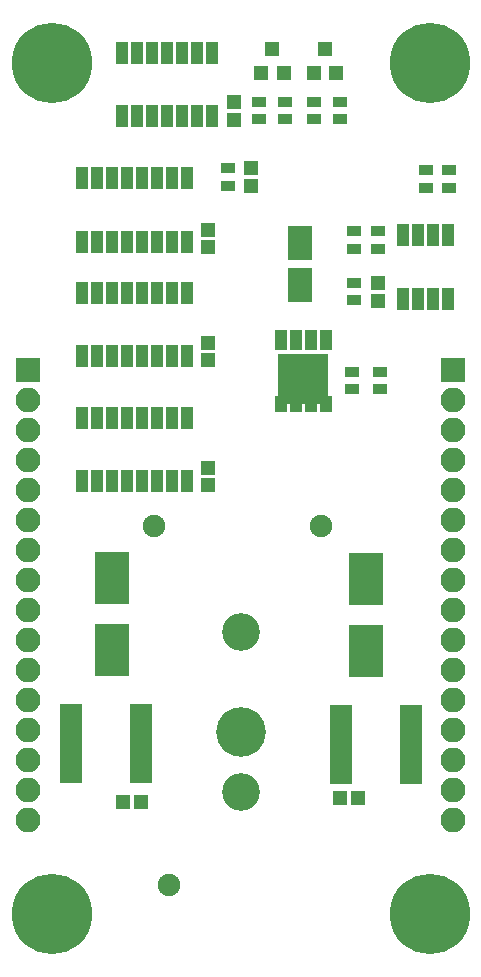
<source format=gts>
G04 #@! TF.FileFunction,Soldermask,Top*
%FSLAX46Y46*%
G04 Gerber Fmt 4.6, Leading zero omitted, Abs format (unit mm)*
G04 Created by KiCad (PCBNEW 4.0.6) date 03/31/18 20:17:10*
%MOMM*%
%LPD*%
G01*
G04 APERTURE LIST*
%ADD10C,0.100000*%
%ADD11R,1.000000X1.900000*%
%ADD12C,6.800000*%
%ADD13R,1.150000X1.200000*%
%ADD14R,1.200000X1.150000*%
%ADD15R,2.900000X4.400000*%
%ADD16R,2.000000X3.000000*%
%ADD17O,1.900000X1.900000*%
%ADD18C,3.200000*%
%ADD19C,4.200000*%
%ADD20R,1.850000X0.850000*%
%ADD21R,1.000000X1.950000*%
%ADD22R,1.200000X1.300000*%
%ADD23R,1.010000X1.420000*%
%ADD24R,1.010000X1.670000*%
%ADD25R,4.310000X4.210000*%
%ADD26R,1.300000X0.900000*%
%ADD27R,2.100000X2.100000*%
%ADD28O,2.100000X2.100000*%
G04 APERTURE END LIST*
D10*
D11*
X86555000Y-48825000D03*
X87825000Y-48825000D03*
X89095000Y-48825000D03*
X90365000Y-48825000D03*
X91635000Y-48825000D03*
X92905000Y-48825000D03*
X94175000Y-48825000D03*
X95445000Y-48825000D03*
X95445000Y-43425000D03*
X94175000Y-43425000D03*
X92905000Y-43425000D03*
X91635000Y-43425000D03*
X90365000Y-43425000D03*
X89095000Y-43425000D03*
X87825000Y-43425000D03*
X86555000Y-43425000D03*
D12*
X84000000Y-24000000D03*
X116000000Y-24000000D03*
X116000000Y-96000000D03*
D13*
X97200000Y-49150000D03*
X97200000Y-47650000D03*
D14*
X91550000Y-86525000D03*
X90050000Y-86525000D03*
D15*
X110600000Y-73800000D03*
X110600000Y-67700000D03*
D14*
X109950000Y-86250000D03*
X108450000Y-86250000D03*
D13*
X97200000Y-39600000D03*
X97200000Y-38100000D03*
X99400000Y-28800000D03*
X99400000Y-27300000D03*
X97200000Y-59750000D03*
X97200000Y-58250000D03*
D16*
X105000000Y-39200000D03*
X105000000Y-42800000D03*
D13*
X111639708Y-44141646D03*
X111639708Y-42641646D03*
X100900000Y-32900000D03*
X100900000Y-34400000D03*
D17*
X92700000Y-63200000D03*
X106800000Y-63200000D03*
D18*
X100000000Y-72200000D03*
D19*
X100000000Y-80650000D03*
D18*
X100000000Y-85700000D03*
D17*
X93900000Y-93600000D03*
D11*
X86555000Y-39100000D03*
X87825000Y-39100000D03*
X89095000Y-39100000D03*
X90365000Y-39100000D03*
X91635000Y-39100000D03*
X92905000Y-39100000D03*
X94175000Y-39100000D03*
X95445000Y-39100000D03*
X95445000Y-33700000D03*
X94175000Y-33700000D03*
X92905000Y-33700000D03*
X91635000Y-33700000D03*
X90365000Y-33700000D03*
X89095000Y-33700000D03*
X87825000Y-33700000D03*
X86555000Y-33700000D03*
D20*
X85675000Y-78700000D03*
X85675000Y-79350000D03*
X85675000Y-80000000D03*
X85675000Y-80650000D03*
X85675000Y-81300000D03*
X85675000Y-81950000D03*
X85675000Y-82600000D03*
X85675000Y-83250000D03*
X85675000Y-83900000D03*
X85675000Y-84550000D03*
X91575000Y-84550000D03*
X91575000Y-83900000D03*
X91575000Y-83250000D03*
X91575000Y-82600000D03*
X91575000Y-81950000D03*
X91575000Y-81300000D03*
X91575000Y-80650000D03*
X91575000Y-80000000D03*
X91575000Y-79350000D03*
X91575000Y-78700000D03*
X114425000Y-84625000D03*
X114425000Y-83975000D03*
X114425000Y-83325000D03*
X114425000Y-82675000D03*
X114425000Y-82025000D03*
X114425000Y-81375000D03*
X114425000Y-80725000D03*
X114425000Y-80075000D03*
X114425000Y-79425000D03*
X114425000Y-78775000D03*
X108525000Y-78775000D03*
X108525000Y-79425000D03*
X108525000Y-80075000D03*
X108525000Y-80725000D03*
X108525000Y-81375000D03*
X108525000Y-82025000D03*
X108525000Y-82675000D03*
X108525000Y-83325000D03*
X108525000Y-83975000D03*
X108525000Y-84625000D03*
D11*
X89990000Y-28500000D03*
X91260000Y-28500000D03*
X92530000Y-28500000D03*
X93800000Y-28500000D03*
X95070000Y-28500000D03*
X96340000Y-28500000D03*
X97610000Y-28500000D03*
X97610000Y-23100000D03*
X96340000Y-23100000D03*
X95070000Y-23100000D03*
X93800000Y-23100000D03*
X92530000Y-23100000D03*
X91260000Y-23100000D03*
X89990000Y-23100000D03*
X86555000Y-59400000D03*
X87825000Y-59400000D03*
X89095000Y-59400000D03*
X90365000Y-59400000D03*
X91635000Y-59400000D03*
X92905000Y-59400000D03*
X94175000Y-59400000D03*
X95445000Y-59400000D03*
X95445000Y-54000000D03*
X94175000Y-54000000D03*
X92905000Y-54000000D03*
X91635000Y-54000000D03*
X90365000Y-54000000D03*
X89095000Y-54000000D03*
X87825000Y-54000000D03*
X86555000Y-54000000D03*
D21*
X113734708Y-43941646D03*
X115004708Y-43941646D03*
X116274708Y-43941646D03*
X117544708Y-43941646D03*
X117544708Y-38541646D03*
X116274708Y-38541646D03*
X115004708Y-38541646D03*
X113734708Y-38541646D03*
D22*
X101750000Y-24800000D03*
X103650000Y-24800000D03*
X102700000Y-22800000D03*
X106200000Y-24800000D03*
X108100000Y-24800000D03*
X107150000Y-22800000D03*
D23*
X107200000Y-52865000D03*
X105930000Y-52865000D03*
X104660000Y-52865000D03*
X103390000Y-52865000D03*
D24*
X103390000Y-47400000D03*
X104660000Y-47400000D03*
X105930000Y-47400000D03*
X107200000Y-47400000D03*
D25*
X105295000Y-50765000D03*
D26*
X101600000Y-27250000D03*
X101600000Y-28750000D03*
X103800000Y-27250000D03*
X103800000Y-28750000D03*
X106200000Y-27250000D03*
X106200000Y-28750000D03*
X108400000Y-27250000D03*
X108400000Y-28750000D03*
X109639708Y-38241646D03*
X109639708Y-39741646D03*
X111639708Y-39741646D03*
X111639708Y-38241646D03*
X111800000Y-51607029D03*
X111800000Y-50107029D03*
X109639708Y-42591646D03*
X109639708Y-44091646D03*
X109400000Y-50107029D03*
X109400000Y-51607029D03*
X98900000Y-34400000D03*
X98900000Y-32900000D03*
X115685219Y-34573175D03*
X115685219Y-33073175D03*
X117685219Y-34573175D03*
X117685219Y-33073175D03*
D12*
X84000000Y-96000000D03*
D27*
X118000000Y-50000000D03*
D28*
X118000000Y-52540000D03*
X118000000Y-55080000D03*
X118000000Y-57620000D03*
X118000000Y-60160000D03*
X118000000Y-62700000D03*
X118000000Y-65240000D03*
X118000000Y-67780000D03*
X118000000Y-70320000D03*
X118000000Y-72860000D03*
X118000000Y-75400000D03*
X118000000Y-77940000D03*
X118000000Y-80480000D03*
X118000000Y-83020000D03*
X118000000Y-85560000D03*
X118000000Y-88100000D03*
D27*
X82000000Y-50000000D03*
D28*
X82000000Y-52540000D03*
X82000000Y-55080000D03*
X82000000Y-57620000D03*
X82000000Y-60160000D03*
X82000000Y-62700000D03*
X82000000Y-65240000D03*
X82000000Y-67780000D03*
X82000000Y-70320000D03*
X82000000Y-72860000D03*
X82000000Y-75400000D03*
X82000000Y-77940000D03*
X82000000Y-80480000D03*
X82000000Y-83020000D03*
X82000000Y-85560000D03*
X82000000Y-88100000D03*
D15*
X89075000Y-73650000D03*
X89075000Y-67550000D03*
M02*

</source>
